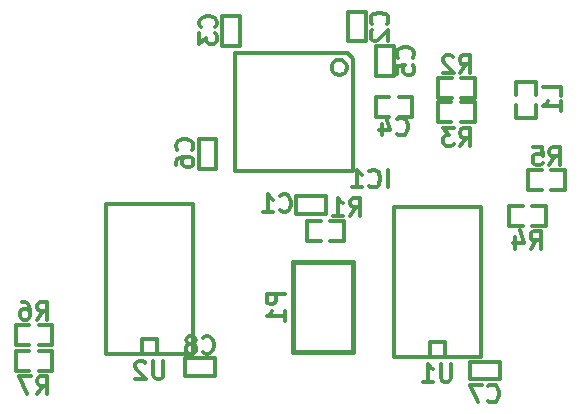
<source format=gbo>
G04 (created by PCBNEW-RS274X (2012-07-14 BZR 3647)-testing) date Mon 16 Jul 2012 02:51:49 PM EEST*
%MOIN*%
G04 Gerber Fmt 3.4, Leading zero omitted, Abs format*
%FSLAX34Y34*%
G01*
G70*
G90*
G04 APERTURE LIST*
%ADD10C,0.006*%
%ADD11C,0.012*%
%ADD12C,0.0118*%
%ADD13C,0.015*%
G04 APERTURE END LIST*
G54D10*
G54D11*
X57538Y-60254D02*
X57538Y-64194D01*
X57538Y-64194D02*
X61478Y-64194D01*
X61478Y-60444D02*
X61478Y-64194D01*
X61288Y-60254D02*
X57538Y-60254D01*
X61478Y-60444D02*
X61288Y-60254D01*
G54D12*
X61257Y-60724D02*
X61252Y-60772D01*
X61238Y-60819D01*
X61215Y-60862D01*
X61184Y-60900D01*
X61146Y-60931D01*
X61103Y-60954D01*
X61057Y-60968D01*
X61008Y-60973D01*
X60961Y-60969D01*
X60914Y-60955D01*
X60871Y-60933D01*
X60833Y-60902D01*
X60801Y-60865D01*
X60778Y-60822D01*
X60763Y-60775D01*
X60758Y-60727D01*
X60762Y-60679D01*
X60775Y-60632D01*
X60797Y-60589D01*
X60828Y-60551D01*
X60865Y-60519D01*
X60907Y-60495D01*
X60954Y-60480D01*
X61002Y-60475D01*
X61050Y-60478D01*
X61097Y-60491D01*
X61140Y-60513D01*
X61179Y-60543D01*
X61211Y-60580D01*
X61235Y-60623D01*
X61250Y-60669D01*
X61256Y-60718D01*
X61257Y-60724D01*
X53235Y-65295D02*
X56135Y-65295D01*
X56135Y-70285D02*
X53235Y-70285D01*
X53235Y-65295D02*
X53235Y-70295D01*
X56135Y-70295D02*
X56135Y-65295D01*
X54935Y-70295D02*
X54935Y-69795D01*
X54935Y-69795D02*
X54435Y-69795D01*
X54435Y-69795D02*
X54435Y-70295D01*
X67440Y-65334D02*
X67873Y-65334D01*
X67873Y-65334D02*
X67893Y-65334D01*
X67893Y-65334D02*
X67893Y-66004D01*
X67893Y-66004D02*
X67440Y-66004D01*
X67125Y-66004D02*
X66672Y-66004D01*
X66672Y-66004D02*
X66672Y-65334D01*
X66672Y-65334D02*
X67125Y-65334D01*
X56850Y-71004D02*
X55866Y-71004D01*
X55866Y-71004D02*
X55866Y-70414D01*
X56850Y-70414D02*
X56850Y-71004D01*
X56850Y-70414D02*
X55866Y-70414D01*
G54D13*
X61472Y-67220D02*
X59472Y-67220D01*
X59472Y-67220D02*
X59472Y-70220D01*
X59472Y-70220D02*
X61472Y-70220D01*
X61472Y-70220D02*
X61472Y-67220D01*
G54D12*
X60551Y-65610D02*
X59567Y-65610D01*
X59567Y-65610D02*
X59567Y-65020D01*
X60551Y-65020D02*
X60551Y-65610D01*
X60551Y-65020D02*
X59567Y-65020D01*
X61299Y-59862D02*
X61299Y-58878D01*
X61299Y-58878D02*
X61889Y-58878D01*
X61889Y-59862D02*
X61299Y-59862D01*
X61889Y-59862D02*
X61889Y-58878D01*
X62225Y-61004D02*
X62225Y-60020D01*
X62225Y-60020D02*
X62815Y-60020D01*
X62815Y-61004D02*
X62225Y-61004D01*
X62815Y-61004D02*
X62815Y-60020D01*
X57107Y-60000D02*
X57107Y-59016D01*
X57107Y-59016D02*
X57697Y-59016D01*
X57697Y-60000D02*
X57107Y-60000D01*
X57697Y-60000D02*
X57697Y-59016D01*
X56909Y-63130D02*
X56909Y-64114D01*
X56909Y-64114D02*
X56319Y-64114D01*
X56319Y-63130D02*
X56909Y-63130D01*
X56319Y-63130D02*
X56319Y-64114D01*
X66358Y-71122D02*
X65374Y-71122D01*
X65374Y-71122D02*
X65374Y-70532D01*
X66358Y-70532D02*
X66358Y-71122D01*
X66358Y-70532D02*
X65374Y-70532D01*
X50670Y-69981D02*
X50237Y-69981D01*
X50237Y-69981D02*
X50217Y-69981D01*
X50217Y-69981D02*
X50217Y-69311D01*
X50217Y-69311D02*
X50670Y-69311D01*
X50985Y-69311D02*
X51438Y-69311D01*
X51438Y-69311D02*
X51438Y-69981D01*
X51438Y-69981D02*
X50985Y-69981D01*
X50984Y-70177D02*
X51417Y-70177D01*
X51417Y-70177D02*
X51437Y-70177D01*
X51437Y-70177D02*
X51437Y-70847D01*
X51437Y-70847D02*
X50984Y-70847D01*
X50669Y-70847D02*
X50216Y-70847D01*
X50216Y-70847D02*
X50216Y-70177D01*
X50216Y-70177D02*
X50669Y-70177D01*
X67756Y-64823D02*
X67323Y-64823D01*
X67323Y-64823D02*
X67303Y-64823D01*
X67303Y-64823D02*
X67303Y-64153D01*
X67303Y-64153D02*
X67756Y-64153D01*
X68071Y-64153D02*
X68524Y-64153D01*
X68524Y-64153D02*
X68524Y-64823D01*
X68524Y-64823D02*
X68071Y-64823D01*
X62992Y-61712D02*
X63425Y-61712D01*
X63425Y-61712D02*
X63445Y-61712D01*
X63445Y-61712D02*
X63445Y-62382D01*
X63445Y-62382D02*
X62992Y-62382D01*
X62677Y-62382D02*
X62224Y-62382D01*
X62224Y-62382D02*
X62224Y-61712D01*
X62224Y-61712D02*
X62677Y-61712D01*
X67579Y-61968D02*
X67579Y-62401D01*
X67579Y-62401D02*
X67579Y-62421D01*
X67579Y-62421D02*
X66909Y-62421D01*
X66909Y-62421D02*
X66909Y-61968D01*
X66909Y-61653D02*
X66909Y-61200D01*
X66909Y-61200D02*
X67579Y-61200D01*
X67579Y-61200D02*
X67579Y-61653D01*
X60394Y-66516D02*
X59961Y-66516D01*
X59961Y-66516D02*
X59941Y-66516D01*
X59941Y-66516D02*
X59941Y-65846D01*
X59941Y-65846D02*
X60394Y-65846D01*
X60709Y-65846D02*
X61162Y-65846D01*
X61162Y-65846D02*
X61162Y-66516D01*
X61162Y-66516D02*
X60709Y-66516D01*
X64745Y-62559D02*
X64312Y-62559D01*
X64312Y-62559D02*
X64292Y-62559D01*
X64292Y-62559D02*
X64292Y-61889D01*
X64292Y-61889D02*
X64745Y-61889D01*
X65060Y-61889D02*
X65513Y-61889D01*
X65513Y-61889D02*
X65513Y-62559D01*
X65513Y-62559D02*
X65060Y-62559D01*
X64764Y-61752D02*
X64331Y-61752D01*
X64331Y-61752D02*
X64311Y-61752D01*
X64311Y-61752D02*
X64311Y-61082D01*
X64311Y-61082D02*
X64764Y-61082D01*
X65079Y-61082D02*
X65532Y-61082D01*
X65532Y-61082D02*
X65532Y-61752D01*
X65532Y-61752D02*
X65079Y-61752D01*
X62822Y-65394D02*
X65722Y-65394D01*
X65722Y-70384D02*
X62822Y-70384D01*
X62822Y-65394D02*
X62822Y-70394D01*
X65722Y-70394D02*
X65722Y-65394D01*
X64522Y-70394D02*
X64522Y-69894D01*
X64522Y-69894D02*
X64022Y-69894D01*
X64022Y-69894D02*
X64022Y-70394D01*
X62623Y-64727D02*
X62623Y-64136D01*
X62005Y-64670D02*
X62033Y-64699D01*
X62117Y-64727D01*
X62173Y-64727D01*
X62258Y-64699D01*
X62314Y-64642D01*
X62342Y-64586D01*
X62370Y-64473D01*
X62370Y-64389D01*
X62342Y-64276D01*
X62314Y-64220D01*
X62258Y-64164D01*
X62173Y-64136D01*
X62117Y-64136D01*
X62033Y-64164D01*
X62005Y-64192D01*
X61442Y-64727D02*
X61779Y-64727D01*
X61611Y-64727D02*
X61611Y-64136D01*
X61667Y-64220D01*
X61723Y-64276D01*
X61779Y-64305D01*
X55142Y-70509D02*
X55142Y-70995D01*
X55114Y-71052D01*
X55085Y-71080D01*
X55028Y-71109D01*
X54914Y-71109D01*
X54856Y-71080D01*
X54828Y-71052D01*
X54799Y-70995D01*
X54799Y-70509D01*
X54542Y-70566D02*
X54513Y-70537D01*
X54456Y-70509D01*
X54313Y-70509D01*
X54256Y-70537D01*
X54227Y-70566D01*
X54199Y-70623D01*
X54199Y-70680D01*
X54227Y-70766D01*
X54570Y-71109D01*
X54199Y-71109D01*
X67382Y-66774D02*
X67579Y-66492D01*
X67719Y-66774D02*
X67719Y-66183D01*
X67494Y-66183D01*
X67438Y-66211D01*
X67410Y-66239D01*
X67382Y-66295D01*
X67382Y-66380D01*
X67410Y-66436D01*
X67438Y-66464D01*
X67494Y-66492D01*
X67719Y-66492D01*
X66875Y-66380D02*
X66875Y-66774D01*
X67016Y-66155D02*
X67156Y-66577D01*
X66791Y-66577D01*
X56457Y-70222D02*
X56485Y-70251D01*
X56569Y-70279D01*
X56625Y-70279D01*
X56710Y-70251D01*
X56766Y-70194D01*
X56794Y-70138D01*
X56822Y-70025D01*
X56822Y-69941D01*
X56794Y-69828D01*
X56766Y-69772D01*
X56710Y-69716D01*
X56625Y-69688D01*
X56569Y-69688D01*
X56485Y-69716D01*
X56457Y-69744D01*
X56119Y-69941D02*
X56175Y-69913D01*
X56203Y-69885D01*
X56231Y-69828D01*
X56231Y-69800D01*
X56203Y-69744D01*
X56175Y-69716D01*
X56119Y-69688D01*
X56006Y-69688D01*
X55950Y-69716D01*
X55922Y-69744D01*
X55894Y-69800D01*
X55894Y-69828D01*
X55922Y-69885D01*
X55950Y-69913D01*
X56006Y-69941D01*
X56119Y-69941D01*
X56175Y-69969D01*
X56203Y-69997D01*
X56231Y-70054D01*
X56231Y-70166D01*
X56203Y-70222D01*
X56175Y-70251D01*
X56119Y-70279D01*
X56006Y-70279D01*
X55950Y-70251D01*
X55922Y-70222D01*
X55894Y-70166D01*
X55894Y-70054D01*
X55922Y-69997D01*
X55950Y-69969D01*
X56006Y-69941D01*
G54D11*
X59180Y-68278D02*
X58580Y-68278D01*
X58580Y-68506D01*
X58608Y-68564D01*
X58637Y-68592D01*
X58694Y-68621D01*
X58780Y-68621D01*
X58837Y-68592D01*
X58866Y-68564D01*
X58894Y-68506D01*
X58894Y-68278D01*
X59180Y-69192D02*
X59180Y-68849D01*
X59180Y-69021D02*
X58580Y-69021D01*
X58666Y-68964D01*
X58723Y-68906D01*
X58751Y-68849D01*
G54D12*
X59036Y-65497D02*
X59064Y-65526D01*
X59148Y-65554D01*
X59204Y-65554D01*
X59289Y-65526D01*
X59345Y-65469D01*
X59373Y-65413D01*
X59401Y-65300D01*
X59401Y-65216D01*
X59373Y-65103D01*
X59345Y-65047D01*
X59289Y-64991D01*
X59204Y-64963D01*
X59148Y-64963D01*
X59064Y-64991D01*
X59036Y-65019D01*
X58473Y-65554D02*
X58810Y-65554D01*
X58642Y-65554D02*
X58642Y-64963D01*
X58698Y-65047D01*
X58754Y-65103D01*
X58810Y-65132D01*
X62584Y-59271D02*
X62613Y-59243D01*
X62641Y-59159D01*
X62641Y-59103D01*
X62613Y-59018D01*
X62556Y-58962D01*
X62500Y-58934D01*
X62387Y-58906D01*
X62303Y-58906D01*
X62190Y-58934D01*
X62134Y-58962D01*
X62078Y-59018D01*
X62050Y-59103D01*
X62050Y-59159D01*
X62078Y-59243D01*
X62106Y-59271D01*
X62106Y-59497D02*
X62078Y-59525D01*
X62050Y-59581D01*
X62050Y-59722D01*
X62078Y-59778D01*
X62106Y-59806D01*
X62162Y-59834D01*
X62219Y-59834D01*
X62303Y-59806D01*
X62641Y-59468D01*
X62641Y-59834D01*
X63450Y-60413D02*
X63479Y-60385D01*
X63507Y-60301D01*
X63507Y-60245D01*
X63479Y-60160D01*
X63422Y-60104D01*
X63366Y-60076D01*
X63253Y-60048D01*
X63169Y-60048D01*
X63056Y-60076D01*
X63000Y-60104D01*
X62944Y-60160D01*
X62916Y-60245D01*
X62916Y-60301D01*
X62944Y-60385D01*
X62972Y-60413D01*
X62916Y-60948D02*
X62916Y-60667D01*
X63197Y-60639D01*
X63169Y-60667D01*
X63141Y-60723D01*
X63141Y-60864D01*
X63169Y-60920D01*
X63197Y-60948D01*
X63253Y-60976D01*
X63394Y-60976D01*
X63450Y-60948D01*
X63479Y-60920D01*
X63507Y-60864D01*
X63507Y-60723D01*
X63479Y-60667D01*
X63450Y-60639D01*
X56875Y-59389D02*
X56904Y-59361D01*
X56932Y-59277D01*
X56932Y-59221D01*
X56904Y-59136D01*
X56847Y-59080D01*
X56791Y-59052D01*
X56678Y-59024D01*
X56594Y-59024D01*
X56481Y-59052D01*
X56425Y-59080D01*
X56369Y-59136D01*
X56341Y-59221D01*
X56341Y-59277D01*
X56369Y-59361D01*
X56397Y-59389D01*
X56341Y-59586D02*
X56341Y-59952D01*
X56566Y-59755D01*
X56566Y-59840D01*
X56594Y-59896D01*
X56622Y-59924D01*
X56678Y-59952D01*
X56819Y-59952D01*
X56875Y-59924D01*
X56904Y-59896D01*
X56932Y-59840D01*
X56932Y-59671D01*
X56904Y-59615D01*
X56875Y-59586D01*
X56088Y-63484D02*
X56117Y-63456D01*
X56145Y-63372D01*
X56145Y-63316D01*
X56117Y-63231D01*
X56060Y-63175D01*
X56004Y-63147D01*
X55891Y-63119D01*
X55807Y-63119D01*
X55694Y-63147D01*
X55638Y-63175D01*
X55582Y-63231D01*
X55554Y-63316D01*
X55554Y-63372D01*
X55582Y-63456D01*
X55610Y-63484D01*
X55554Y-63991D02*
X55554Y-63878D01*
X55582Y-63822D01*
X55610Y-63794D01*
X55694Y-63738D01*
X55807Y-63710D01*
X56032Y-63710D01*
X56088Y-63738D01*
X56117Y-63766D01*
X56145Y-63822D01*
X56145Y-63935D01*
X56117Y-63991D01*
X56088Y-64019D01*
X56032Y-64047D01*
X55891Y-64047D01*
X55835Y-64019D01*
X55807Y-63991D01*
X55779Y-63935D01*
X55779Y-63822D01*
X55807Y-63766D01*
X55835Y-63738D01*
X55891Y-63710D01*
X65965Y-71836D02*
X65993Y-71865D01*
X66077Y-71893D01*
X66133Y-71893D01*
X66218Y-71865D01*
X66274Y-71808D01*
X66302Y-71752D01*
X66330Y-71639D01*
X66330Y-71555D01*
X66302Y-71442D01*
X66274Y-71386D01*
X66218Y-71330D01*
X66133Y-71302D01*
X66077Y-71302D01*
X65993Y-71330D01*
X65965Y-71358D01*
X65768Y-71302D02*
X65374Y-71302D01*
X65627Y-71893D01*
X50926Y-69137D02*
X51123Y-68855D01*
X51263Y-69137D02*
X51263Y-68546D01*
X51038Y-68546D01*
X50982Y-68574D01*
X50954Y-68602D01*
X50926Y-68658D01*
X50926Y-68743D01*
X50954Y-68799D01*
X50982Y-68827D01*
X51038Y-68855D01*
X51263Y-68855D01*
X50419Y-68546D02*
X50532Y-68546D01*
X50588Y-68574D01*
X50616Y-68602D01*
X50672Y-68686D01*
X50700Y-68799D01*
X50700Y-69024D01*
X50672Y-69080D01*
X50644Y-69109D01*
X50588Y-69137D01*
X50475Y-69137D01*
X50419Y-69109D01*
X50391Y-69080D01*
X50363Y-69024D01*
X50363Y-68883D01*
X50391Y-68827D01*
X50419Y-68799D01*
X50475Y-68771D01*
X50588Y-68771D01*
X50644Y-68799D01*
X50672Y-68827D01*
X50700Y-68883D01*
X50926Y-71617D02*
X51123Y-71335D01*
X51263Y-71617D02*
X51263Y-71026D01*
X51038Y-71026D01*
X50982Y-71054D01*
X50954Y-71082D01*
X50926Y-71138D01*
X50926Y-71223D01*
X50954Y-71279D01*
X50982Y-71307D01*
X51038Y-71335D01*
X51263Y-71335D01*
X50729Y-71026D02*
X50335Y-71026D01*
X50588Y-71617D01*
X68012Y-63979D02*
X68209Y-63697D01*
X68349Y-63979D02*
X68349Y-63388D01*
X68124Y-63388D01*
X68068Y-63416D01*
X68040Y-63444D01*
X68012Y-63500D01*
X68012Y-63585D01*
X68040Y-63641D01*
X68068Y-63669D01*
X68124Y-63697D01*
X68349Y-63697D01*
X67477Y-63388D02*
X67758Y-63388D01*
X67786Y-63669D01*
X67758Y-63641D01*
X67702Y-63613D01*
X67561Y-63613D01*
X67505Y-63641D01*
X67477Y-63669D01*
X67449Y-63725D01*
X67449Y-63866D01*
X67477Y-63922D01*
X67505Y-63951D01*
X67561Y-63979D01*
X67702Y-63979D01*
X67758Y-63951D01*
X67786Y-63922D01*
X62934Y-62938D02*
X62962Y-62967D01*
X63046Y-62995D01*
X63102Y-62995D01*
X63187Y-62967D01*
X63243Y-62910D01*
X63271Y-62854D01*
X63299Y-62741D01*
X63299Y-62657D01*
X63271Y-62544D01*
X63243Y-62488D01*
X63187Y-62432D01*
X63102Y-62404D01*
X63046Y-62404D01*
X62962Y-62432D01*
X62934Y-62460D01*
X62427Y-62601D02*
X62427Y-62995D01*
X62568Y-62376D02*
X62708Y-62798D01*
X62343Y-62798D01*
X68389Y-61674D02*
X68389Y-61393D01*
X67798Y-61393D01*
X68389Y-62180D02*
X68389Y-61843D01*
X68389Y-62011D02*
X67798Y-62011D01*
X67882Y-61955D01*
X67938Y-61899D01*
X67967Y-61843D01*
X61359Y-65672D02*
X61556Y-65390D01*
X61696Y-65672D02*
X61696Y-65081D01*
X61471Y-65081D01*
X61415Y-65109D01*
X61387Y-65137D01*
X61359Y-65193D01*
X61359Y-65278D01*
X61387Y-65334D01*
X61415Y-65362D01*
X61471Y-65390D01*
X61696Y-65390D01*
X60796Y-65672D02*
X61133Y-65672D01*
X60965Y-65672D02*
X60965Y-65081D01*
X61021Y-65165D01*
X61077Y-65221D01*
X61133Y-65250D01*
X65020Y-63349D02*
X65217Y-63067D01*
X65357Y-63349D02*
X65357Y-62758D01*
X65132Y-62758D01*
X65076Y-62786D01*
X65048Y-62814D01*
X65020Y-62870D01*
X65020Y-62955D01*
X65048Y-63011D01*
X65076Y-63039D01*
X65132Y-63067D01*
X65357Y-63067D01*
X64823Y-62758D02*
X64457Y-62758D01*
X64654Y-62983D01*
X64569Y-62983D01*
X64513Y-63011D01*
X64485Y-63039D01*
X64457Y-63095D01*
X64457Y-63236D01*
X64485Y-63292D01*
X64513Y-63321D01*
X64569Y-63349D01*
X64738Y-63349D01*
X64794Y-63321D01*
X64823Y-63292D01*
X65020Y-60908D02*
X65217Y-60626D01*
X65357Y-60908D02*
X65357Y-60317D01*
X65132Y-60317D01*
X65076Y-60345D01*
X65048Y-60373D01*
X65020Y-60429D01*
X65020Y-60514D01*
X65048Y-60570D01*
X65076Y-60598D01*
X65132Y-60626D01*
X65357Y-60626D01*
X64794Y-60373D02*
X64766Y-60345D01*
X64710Y-60317D01*
X64569Y-60317D01*
X64513Y-60345D01*
X64485Y-60373D01*
X64457Y-60429D01*
X64457Y-60486D01*
X64485Y-60570D01*
X64823Y-60908D01*
X64457Y-60908D01*
X64729Y-70608D02*
X64729Y-71094D01*
X64701Y-71151D01*
X64672Y-71179D01*
X64615Y-71208D01*
X64501Y-71208D01*
X64443Y-71179D01*
X64415Y-71151D01*
X64386Y-71094D01*
X64386Y-70608D01*
X63786Y-71208D02*
X64129Y-71208D01*
X63957Y-71208D02*
X63957Y-70608D01*
X64014Y-70694D01*
X64072Y-70751D01*
X64129Y-70779D01*
M02*

</source>
